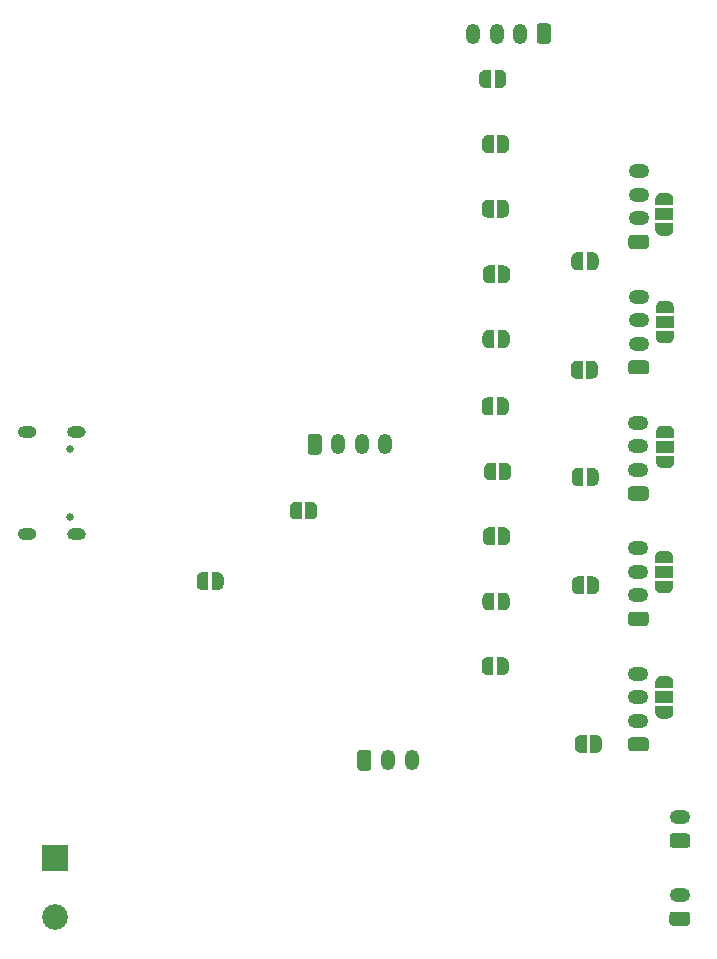
<source format=gbr>
G04 #@! TF.GenerationSoftware,KiCad,Pcbnew,(5.1.10)-1*
G04 #@! TF.CreationDate,2021-10-24T21:46:02+02:00*
G04 #@! TF.ProjectId,TestboardV2.2,54657374-626f-4617-9264-56322e322e6b,rev?*
G04 #@! TF.SameCoordinates,Original*
G04 #@! TF.FileFunction,Soldermask,Bot*
G04 #@! TF.FilePolarity,Negative*
%FSLAX46Y46*%
G04 Gerber Fmt 4.6, Leading zero omitted, Abs format (unit mm)*
G04 Created by KiCad (PCBNEW (5.1.10)-1) date 2021-10-24 21:46:02*
%MOMM*%
%LPD*%
G01*
G04 APERTURE LIST*
%ADD10C,0.100000*%
%ADD11C,0.670000*%
%ADD12O,1.750000X1.200000*%
%ADD13C,2.175000*%
%ADD14R,2.175000X2.175000*%
%ADD15R,1.500000X1.000000*%
%ADD16O,1.200000X1.750000*%
G04 APERTURE END LIST*
D10*
G36*
X114500000Y-120970000D02*
G01*
X114000000Y-120970000D01*
X114000000Y-120969398D01*
X113975466Y-120969398D01*
X113926635Y-120964588D01*
X113878510Y-120955016D01*
X113831555Y-120940772D01*
X113786222Y-120921995D01*
X113742949Y-120898864D01*
X113702150Y-120871604D01*
X113664221Y-120840476D01*
X113629524Y-120805779D01*
X113598396Y-120767850D01*
X113571136Y-120727051D01*
X113548005Y-120683778D01*
X113529228Y-120638445D01*
X113514984Y-120591490D01*
X113505412Y-120543365D01*
X113500602Y-120494534D01*
X113500602Y-120470000D01*
X113500000Y-120470000D01*
X113500000Y-119970000D01*
X113500602Y-119970000D01*
X113500602Y-119945466D01*
X113505412Y-119896635D01*
X113514984Y-119848510D01*
X113529228Y-119801555D01*
X113548005Y-119756222D01*
X113571136Y-119712949D01*
X113598396Y-119672150D01*
X113629524Y-119634221D01*
X113664221Y-119599524D01*
X113702150Y-119568396D01*
X113742949Y-119541136D01*
X113786222Y-119518005D01*
X113831555Y-119499228D01*
X113878510Y-119484984D01*
X113926635Y-119475412D01*
X113975466Y-119470602D01*
X114000000Y-119470602D01*
X114000000Y-119470000D01*
X114500000Y-119470000D01*
X114500000Y-120970000D01*
G37*
G36*
X115300000Y-119470602D02*
G01*
X115324534Y-119470602D01*
X115373365Y-119475412D01*
X115421490Y-119484984D01*
X115468445Y-119499228D01*
X115513778Y-119518005D01*
X115557051Y-119541136D01*
X115597850Y-119568396D01*
X115635779Y-119599524D01*
X115670476Y-119634221D01*
X115701604Y-119672150D01*
X115728864Y-119712949D01*
X115751995Y-119756222D01*
X115770772Y-119801555D01*
X115785016Y-119848510D01*
X115794588Y-119896635D01*
X115799398Y-119945466D01*
X115799398Y-119970000D01*
X115800000Y-119970000D01*
X115800000Y-120470000D01*
X115799398Y-120470000D01*
X115799398Y-120494534D01*
X115794588Y-120543365D01*
X115785016Y-120591490D01*
X115770772Y-120638445D01*
X115751995Y-120683778D01*
X115728864Y-120727051D01*
X115701604Y-120767850D01*
X115670476Y-120805779D01*
X115635779Y-120840476D01*
X115597850Y-120871604D01*
X115557051Y-120898864D01*
X115513778Y-120921995D01*
X115468445Y-120940772D01*
X115421490Y-120955016D01*
X115373365Y-120964588D01*
X115324534Y-120969398D01*
X115300000Y-120969398D01*
X115300000Y-120970000D01*
X114800000Y-120970000D01*
X114800000Y-119470000D01*
X115300000Y-119470000D01*
X115300000Y-119470602D01*
G37*
G36*
X122710000Y-113500000D02*
G01*
X123210000Y-113500000D01*
X123210000Y-113500602D01*
X123234534Y-113500602D01*
X123283365Y-113505412D01*
X123331490Y-113514984D01*
X123378445Y-113529228D01*
X123423778Y-113548005D01*
X123467051Y-113571136D01*
X123507850Y-113598396D01*
X123545779Y-113629524D01*
X123580476Y-113664221D01*
X123611604Y-113702150D01*
X123638864Y-113742949D01*
X123661995Y-113786222D01*
X123680772Y-113831555D01*
X123695016Y-113878510D01*
X123704588Y-113926635D01*
X123709398Y-113975466D01*
X123709398Y-114000000D01*
X123710000Y-114000000D01*
X123710000Y-114500000D01*
X123709398Y-114500000D01*
X123709398Y-114524534D01*
X123704588Y-114573365D01*
X123695016Y-114621490D01*
X123680772Y-114668445D01*
X123661995Y-114713778D01*
X123638864Y-114757051D01*
X123611604Y-114797850D01*
X123580476Y-114835779D01*
X123545779Y-114870476D01*
X123507850Y-114901604D01*
X123467051Y-114928864D01*
X123423778Y-114951995D01*
X123378445Y-114970772D01*
X123331490Y-114985016D01*
X123283365Y-114994588D01*
X123234534Y-114999398D01*
X123210000Y-114999398D01*
X123210000Y-115000000D01*
X122710000Y-115000000D01*
X122710000Y-113500000D01*
G37*
G36*
X121910000Y-114999398D02*
G01*
X121885466Y-114999398D01*
X121836635Y-114994588D01*
X121788510Y-114985016D01*
X121741555Y-114970772D01*
X121696222Y-114951995D01*
X121652949Y-114928864D01*
X121612150Y-114901604D01*
X121574221Y-114870476D01*
X121539524Y-114835779D01*
X121508396Y-114797850D01*
X121481136Y-114757051D01*
X121458005Y-114713778D01*
X121439228Y-114668445D01*
X121424984Y-114621490D01*
X121415412Y-114573365D01*
X121410602Y-114524534D01*
X121410602Y-114500000D01*
X121410000Y-114500000D01*
X121410000Y-114000000D01*
X121410602Y-114000000D01*
X121410602Y-113975466D01*
X121415412Y-113926635D01*
X121424984Y-113878510D01*
X121439228Y-113831555D01*
X121458005Y-113786222D01*
X121481136Y-113742949D01*
X121508396Y-113702150D01*
X121539524Y-113664221D01*
X121574221Y-113629524D01*
X121612150Y-113598396D01*
X121652949Y-113571136D01*
X121696222Y-113548005D01*
X121741555Y-113529228D01*
X121788510Y-113514984D01*
X121836635Y-113505412D01*
X121885466Y-113500602D01*
X121910000Y-113500602D01*
X121910000Y-113500000D01*
X122410000Y-113500000D01*
X122410000Y-115000000D01*
X121910000Y-115000000D01*
X121910000Y-114999398D01*
G37*
G36*
G01*
X103040000Y-107100000D02*
X103640000Y-107100000D01*
G75*
G02*
X104140000Y-107600000I0J-500000D01*
G01*
X104140000Y-107600000D01*
G75*
G02*
X103640000Y-108100000I-500000J0D01*
G01*
X103040000Y-108100000D01*
G75*
G02*
X102540000Y-107600000I0J500000D01*
G01*
X102540000Y-107600000D01*
G75*
G02*
X103040000Y-107100000I500000J0D01*
G01*
G37*
G36*
G01*
X103040000Y-115740000D02*
X103640000Y-115740000D01*
G75*
G02*
X104140000Y-116240000I0J-500000D01*
G01*
X104140000Y-116240000D01*
G75*
G02*
X103640000Y-116740000I-500000J0D01*
G01*
X103040000Y-116740000D01*
G75*
G02*
X102540000Y-116240000I0J500000D01*
G01*
X102540000Y-116240000D01*
G75*
G02*
X103040000Y-115740000I500000J0D01*
G01*
G37*
G36*
G01*
X98860000Y-115740000D02*
X99460000Y-115740000D01*
G75*
G02*
X99960000Y-116240000I0J-500000D01*
G01*
X99960000Y-116240000D01*
G75*
G02*
X99460000Y-116740000I-500000J0D01*
G01*
X98860000Y-116740000D01*
G75*
G02*
X98360000Y-116240000I0J500000D01*
G01*
X98360000Y-116240000D01*
G75*
G02*
X98860000Y-115740000I500000J0D01*
G01*
G37*
G36*
G01*
X98860000Y-107100000D02*
X99460000Y-107100000D01*
G75*
G02*
X99960000Y-107600000I0J-500000D01*
G01*
X99960000Y-107600000D01*
G75*
G02*
X99460000Y-108100000I-500000J0D01*
G01*
X98860000Y-108100000D01*
G75*
G02*
X98360000Y-107600000I0J500000D01*
G01*
X98360000Y-107600000D01*
G75*
G02*
X98860000Y-107100000I500000J0D01*
G01*
G37*
D11*
X102810000Y-109020000D03*
X102810000Y-114820000D03*
D12*
X154430000Y-140190000D03*
G36*
G01*
X155055001Y-142790000D02*
X153804999Y-142790000D01*
G75*
G02*
X153555000Y-142540001I0J249999D01*
G01*
X153555000Y-141839999D01*
G75*
G02*
X153804999Y-141590000I249999J0D01*
G01*
X155055001Y-141590000D01*
G75*
G02*
X155305000Y-141839999I0J-249999D01*
G01*
X155305000Y-142540001D01*
G75*
G02*
X155055001Y-142790000I-249999J0D01*
G01*
G37*
G36*
G01*
X151545400Y-134650000D02*
X150294600Y-134650000D01*
G75*
G02*
X150045000Y-134400400I0J249600D01*
G01*
X150045000Y-133699600D01*
G75*
G02*
X150294600Y-133450000I249600J0D01*
G01*
X151545400Y-133450000D01*
G75*
G02*
X151795000Y-133699600I0J-249600D01*
G01*
X151795000Y-134400400D01*
G75*
G02*
X151545400Y-134650000I-249600J0D01*
G01*
G37*
X150920000Y-132050000D03*
X150920000Y-130050000D03*
X150920000Y-128050000D03*
X150910000Y-117420000D03*
X150910000Y-119420000D03*
X150910000Y-121420000D03*
G36*
G01*
X151535400Y-124020000D02*
X150284600Y-124020000D01*
G75*
G02*
X150035000Y-123770400I0J249600D01*
G01*
X150035000Y-123069600D01*
G75*
G02*
X150284600Y-122820000I249600J0D01*
G01*
X151535400Y-122820000D01*
G75*
G02*
X151785000Y-123069600I0J-249600D01*
G01*
X151785000Y-123770400D01*
G75*
G02*
X151535400Y-124020000I-249600J0D01*
G01*
G37*
X150910000Y-106810000D03*
X150910000Y-108810000D03*
X150910000Y-110810000D03*
G36*
G01*
X151535400Y-113410000D02*
X150284600Y-113410000D01*
G75*
G02*
X150035000Y-113160400I0J249600D01*
G01*
X150035000Y-112459600D01*
G75*
G02*
X150284600Y-112210000I249600J0D01*
G01*
X151535400Y-112210000D01*
G75*
G02*
X151785000Y-112459600I0J-249600D01*
G01*
X151785000Y-113160400D01*
G75*
G02*
X151535400Y-113410000I-249600J0D01*
G01*
G37*
X150930000Y-96130000D03*
X150930000Y-98130000D03*
X150930000Y-100130000D03*
G36*
G01*
X151555400Y-102730000D02*
X150304600Y-102730000D01*
G75*
G02*
X150055000Y-102480400I0J249600D01*
G01*
X150055000Y-101779600D01*
G75*
G02*
X150304600Y-101530000I249600J0D01*
G01*
X151555400Y-101530000D01*
G75*
G02*
X151805000Y-101779600I0J-249600D01*
G01*
X151805000Y-102480400D01*
G75*
G02*
X151555400Y-102730000I-249600J0D01*
G01*
G37*
X150940000Y-85510000D03*
X150940000Y-87510000D03*
X150940000Y-89510000D03*
G36*
G01*
X151565400Y-92110000D02*
X150314600Y-92110000D01*
G75*
G02*
X150065000Y-91860400I0J249600D01*
G01*
X150065000Y-91159600D01*
G75*
G02*
X150314600Y-90910000I249600J0D01*
G01*
X151565400Y-90910000D01*
G75*
G02*
X151815000Y-91159600I0J-249600D01*
G01*
X151815000Y-91860400D01*
G75*
G02*
X151565400Y-92110000I-249600J0D01*
G01*
G37*
D13*
X101550000Y-148630000D03*
D14*
X101550000Y-143630000D03*
D10*
G36*
X139240000Y-76950602D02*
G01*
X139264534Y-76950602D01*
X139313365Y-76955412D01*
X139361490Y-76964984D01*
X139408445Y-76979228D01*
X139453778Y-76998005D01*
X139497051Y-77021136D01*
X139537850Y-77048396D01*
X139575779Y-77079524D01*
X139610476Y-77114221D01*
X139641604Y-77152150D01*
X139668864Y-77192949D01*
X139691995Y-77236222D01*
X139710772Y-77281555D01*
X139725016Y-77328510D01*
X139734588Y-77376635D01*
X139739398Y-77425466D01*
X139739398Y-77450000D01*
X139740000Y-77450000D01*
X139740000Y-77950000D01*
X139739398Y-77950000D01*
X139739398Y-77974534D01*
X139734588Y-78023365D01*
X139725016Y-78071490D01*
X139710772Y-78118445D01*
X139691995Y-78163778D01*
X139668864Y-78207051D01*
X139641604Y-78247850D01*
X139610476Y-78285779D01*
X139575779Y-78320476D01*
X139537850Y-78351604D01*
X139497051Y-78378864D01*
X139453778Y-78401995D01*
X139408445Y-78420772D01*
X139361490Y-78435016D01*
X139313365Y-78444588D01*
X139264534Y-78449398D01*
X139240000Y-78449398D01*
X139240000Y-78450000D01*
X138740000Y-78450000D01*
X138740000Y-76950000D01*
X139240000Y-76950000D01*
X139240000Y-76950602D01*
G37*
G36*
X138440000Y-78450000D02*
G01*
X137940000Y-78450000D01*
X137940000Y-78449398D01*
X137915466Y-78449398D01*
X137866635Y-78444588D01*
X137818510Y-78435016D01*
X137771555Y-78420772D01*
X137726222Y-78401995D01*
X137682949Y-78378864D01*
X137642150Y-78351604D01*
X137604221Y-78320476D01*
X137569524Y-78285779D01*
X137538396Y-78247850D01*
X137511136Y-78207051D01*
X137488005Y-78163778D01*
X137469228Y-78118445D01*
X137454984Y-78071490D01*
X137445412Y-78023365D01*
X137440602Y-77974534D01*
X137440602Y-77950000D01*
X137440000Y-77950000D01*
X137440000Y-77450000D01*
X137440602Y-77450000D01*
X137440602Y-77425466D01*
X137445412Y-77376635D01*
X137454984Y-77328510D01*
X137469228Y-77281555D01*
X137488005Y-77236222D01*
X137511136Y-77192949D01*
X137538396Y-77152150D01*
X137569524Y-77114221D01*
X137604221Y-77079524D01*
X137642150Y-77048396D01*
X137682949Y-77021136D01*
X137726222Y-76998005D01*
X137771555Y-76979228D01*
X137818510Y-76964984D01*
X137866635Y-76955412D01*
X137915466Y-76950602D01*
X137940000Y-76950602D01*
X137940000Y-76950000D01*
X138440000Y-76950000D01*
X138440000Y-78450000D01*
G37*
G36*
X139470000Y-82480602D02*
G01*
X139494534Y-82480602D01*
X139543365Y-82485412D01*
X139591490Y-82494984D01*
X139638445Y-82509228D01*
X139683778Y-82528005D01*
X139727051Y-82551136D01*
X139767850Y-82578396D01*
X139805779Y-82609524D01*
X139840476Y-82644221D01*
X139871604Y-82682150D01*
X139898864Y-82722949D01*
X139921995Y-82766222D01*
X139940772Y-82811555D01*
X139955016Y-82858510D01*
X139964588Y-82906635D01*
X139969398Y-82955466D01*
X139969398Y-82980000D01*
X139970000Y-82980000D01*
X139970000Y-83480000D01*
X139969398Y-83480000D01*
X139969398Y-83504534D01*
X139964588Y-83553365D01*
X139955016Y-83601490D01*
X139940772Y-83648445D01*
X139921995Y-83693778D01*
X139898864Y-83737051D01*
X139871604Y-83777850D01*
X139840476Y-83815779D01*
X139805779Y-83850476D01*
X139767850Y-83881604D01*
X139727051Y-83908864D01*
X139683778Y-83931995D01*
X139638445Y-83950772D01*
X139591490Y-83965016D01*
X139543365Y-83974588D01*
X139494534Y-83979398D01*
X139470000Y-83979398D01*
X139470000Y-83980000D01*
X138970000Y-83980000D01*
X138970000Y-82480000D01*
X139470000Y-82480000D01*
X139470000Y-82480602D01*
G37*
G36*
X138670000Y-83980000D02*
G01*
X138170000Y-83980000D01*
X138170000Y-83979398D01*
X138145466Y-83979398D01*
X138096635Y-83974588D01*
X138048510Y-83965016D01*
X138001555Y-83950772D01*
X137956222Y-83931995D01*
X137912949Y-83908864D01*
X137872150Y-83881604D01*
X137834221Y-83850476D01*
X137799524Y-83815779D01*
X137768396Y-83777850D01*
X137741136Y-83737051D01*
X137718005Y-83693778D01*
X137699228Y-83648445D01*
X137684984Y-83601490D01*
X137675412Y-83553365D01*
X137670602Y-83504534D01*
X137670602Y-83480000D01*
X137670000Y-83480000D01*
X137670000Y-82980000D01*
X137670602Y-82980000D01*
X137670602Y-82955466D01*
X137675412Y-82906635D01*
X137684984Y-82858510D01*
X137699228Y-82811555D01*
X137718005Y-82766222D01*
X137741136Y-82722949D01*
X137768396Y-82682150D01*
X137799524Y-82644221D01*
X137834221Y-82609524D01*
X137872150Y-82578396D01*
X137912949Y-82551136D01*
X137956222Y-82528005D01*
X138001555Y-82509228D01*
X138048510Y-82494984D01*
X138096635Y-82485412D01*
X138145466Y-82480602D01*
X138170000Y-82480602D01*
X138170000Y-82480000D01*
X138670000Y-82480000D01*
X138670000Y-83980000D01*
G37*
G36*
X139460000Y-87940602D02*
G01*
X139484534Y-87940602D01*
X139533365Y-87945412D01*
X139581490Y-87954984D01*
X139628445Y-87969228D01*
X139673778Y-87988005D01*
X139717051Y-88011136D01*
X139757850Y-88038396D01*
X139795779Y-88069524D01*
X139830476Y-88104221D01*
X139861604Y-88142150D01*
X139888864Y-88182949D01*
X139911995Y-88226222D01*
X139930772Y-88271555D01*
X139945016Y-88318510D01*
X139954588Y-88366635D01*
X139959398Y-88415466D01*
X139959398Y-88440000D01*
X139960000Y-88440000D01*
X139960000Y-88940000D01*
X139959398Y-88940000D01*
X139959398Y-88964534D01*
X139954588Y-89013365D01*
X139945016Y-89061490D01*
X139930772Y-89108445D01*
X139911995Y-89153778D01*
X139888864Y-89197051D01*
X139861604Y-89237850D01*
X139830476Y-89275779D01*
X139795779Y-89310476D01*
X139757850Y-89341604D01*
X139717051Y-89368864D01*
X139673778Y-89391995D01*
X139628445Y-89410772D01*
X139581490Y-89425016D01*
X139533365Y-89434588D01*
X139484534Y-89439398D01*
X139460000Y-89439398D01*
X139460000Y-89440000D01*
X138960000Y-89440000D01*
X138960000Y-87940000D01*
X139460000Y-87940000D01*
X139460000Y-87940602D01*
G37*
G36*
X138660000Y-89440000D02*
G01*
X138160000Y-89440000D01*
X138160000Y-89439398D01*
X138135466Y-89439398D01*
X138086635Y-89434588D01*
X138038510Y-89425016D01*
X137991555Y-89410772D01*
X137946222Y-89391995D01*
X137902949Y-89368864D01*
X137862150Y-89341604D01*
X137824221Y-89310476D01*
X137789524Y-89275779D01*
X137758396Y-89237850D01*
X137731136Y-89197051D01*
X137708005Y-89153778D01*
X137689228Y-89108445D01*
X137674984Y-89061490D01*
X137665412Y-89013365D01*
X137660602Y-88964534D01*
X137660602Y-88940000D01*
X137660000Y-88940000D01*
X137660000Y-88440000D01*
X137660602Y-88440000D01*
X137660602Y-88415466D01*
X137665412Y-88366635D01*
X137674984Y-88318510D01*
X137689228Y-88271555D01*
X137708005Y-88226222D01*
X137731136Y-88182949D01*
X137758396Y-88142150D01*
X137789524Y-88104221D01*
X137824221Y-88069524D01*
X137862150Y-88038396D01*
X137902949Y-88011136D01*
X137946222Y-87988005D01*
X137991555Y-87969228D01*
X138038510Y-87954984D01*
X138086635Y-87945412D01*
X138135466Y-87940602D01*
X138160000Y-87940602D01*
X138160000Y-87940000D01*
X138660000Y-87940000D01*
X138660000Y-89440000D01*
G37*
G36*
X139540000Y-93500602D02*
G01*
X139564534Y-93500602D01*
X139613365Y-93505412D01*
X139661490Y-93514984D01*
X139708445Y-93529228D01*
X139753778Y-93548005D01*
X139797051Y-93571136D01*
X139837850Y-93598396D01*
X139875779Y-93629524D01*
X139910476Y-93664221D01*
X139941604Y-93702150D01*
X139968864Y-93742949D01*
X139991995Y-93786222D01*
X140010772Y-93831555D01*
X140025016Y-93878510D01*
X140034588Y-93926635D01*
X140039398Y-93975466D01*
X140039398Y-94000000D01*
X140040000Y-94000000D01*
X140040000Y-94500000D01*
X140039398Y-94500000D01*
X140039398Y-94524534D01*
X140034588Y-94573365D01*
X140025016Y-94621490D01*
X140010772Y-94668445D01*
X139991995Y-94713778D01*
X139968864Y-94757051D01*
X139941604Y-94797850D01*
X139910476Y-94835779D01*
X139875779Y-94870476D01*
X139837850Y-94901604D01*
X139797051Y-94928864D01*
X139753778Y-94951995D01*
X139708445Y-94970772D01*
X139661490Y-94985016D01*
X139613365Y-94994588D01*
X139564534Y-94999398D01*
X139540000Y-94999398D01*
X139540000Y-95000000D01*
X139040000Y-95000000D01*
X139040000Y-93500000D01*
X139540000Y-93500000D01*
X139540000Y-93500602D01*
G37*
G36*
X138740000Y-95000000D02*
G01*
X138240000Y-95000000D01*
X138240000Y-94999398D01*
X138215466Y-94999398D01*
X138166635Y-94994588D01*
X138118510Y-94985016D01*
X138071555Y-94970772D01*
X138026222Y-94951995D01*
X137982949Y-94928864D01*
X137942150Y-94901604D01*
X137904221Y-94870476D01*
X137869524Y-94835779D01*
X137838396Y-94797850D01*
X137811136Y-94757051D01*
X137788005Y-94713778D01*
X137769228Y-94668445D01*
X137754984Y-94621490D01*
X137745412Y-94573365D01*
X137740602Y-94524534D01*
X137740602Y-94500000D01*
X137740000Y-94500000D01*
X137740000Y-94000000D01*
X137740602Y-94000000D01*
X137740602Y-93975466D01*
X137745412Y-93926635D01*
X137754984Y-93878510D01*
X137769228Y-93831555D01*
X137788005Y-93786222D01*
X137811136Y-93742949D01*
X137838396Y-93702150D01*
X137869524Y-93664221D01*
X137904221Y-93629524D01*
X137942150Y-93598396D01*
X137982949Y-93571136D01*
X138026222Y-93548005D01*
X138071555Y-93529228D01*
X138118510Y-93514984D01*
X138166635Y-93505412D01*
X138215466Y-93500602D01*
X138240000Y-93500602D01*
X138240000Y-93500000D01*
X138740000Y-93500000D01*
X138740000Y-95000000D01*
G37*
G36*
X139510000Y-98970602D02*
G01*
X139534534Y-98970602D01*
X139583365Y-98975412D01*
X139631490Y-98984984D01*
X139678445Y-98999228D01*
X139723778Y-99018005D01*
X139767051Y-99041136D01*
X139807850Y-99068396D01*
X139845779Y-99099524D01*
X139880476Y-99134221D01*
X139911604Y-99172150D01*
X139938864Y-99212949D01*
X139961995Y-99256222D01*
X139980772Y-99301555D01*
X139995016Y-99348510D01*
X140004588Y-99396635D01*
X140009398Y-99445466D01*
X140009398Y-99470000D01*
X140010000Y-99470000D01*
X140010000Y-99970000D01*
X140009398Y-99970000D01*
X140009398Y-99994534D01*
X140004588Y-100043365D01*
X139995016Y-100091490D01*
X139980772Y-100138445D01*
X139961995Y-100183778D01*
X139938864Y-100227051D01*
X139911604Y-100267850D01*
X139880476Y-100305779D01*
X139845779Y-100340476D01*
X139807850Y-100371604D01*
X139767051Y-100398864D01*
X139723778Y-100421995D01*
X139678445Y-100440772D01*
X139631490Y-100455016D01*
X139583365Y-100464588D01*
X139534534Y-100469398D01*
X139510000Y-100469398D01*
X139510000Y-100470000D01*
X139010000Y-100470000D01*
X139010000Y-98970000D01*
X139510000Y-98970000D01*
X139510000Y-98970602D01*
G37*
G36*
X138710000Y-100470000D02*
G01*
X138210000Y-100470000D01*
X138210000Y-100469398D01*
X138185466Y-100469398D01*
X138136635Y-100464588D01*
X138088510Y-100455016D01*
X138041555Y-100440772D01*
X137996222Y-100421995D01*
X137952949Y-100398864D01*
X137912150Y-100371604D01*
X137874221Y-100340476D01*
X137839524Y-100305779D01*
X137808396Y-100267850D01*
X137781136Y-100227051D01*
X137758005Y-100183778D01*
X137739228Y-100138445D01*
X137724984Y-100091490D01*
X137715412Y-100043365D01*
X137710602Y-99994534D01*
X137710602Y-99970000D01*
X137710000Y-99970000D01*
X137710000Y-99470000D01*
X137710602Y-99470000D01*
X137710602Y-99445466D01*
X137715412Y-99396635D01*
X137724984Y-99348510D01*
X137739228Y-99301555D01*
X137758005Y-99256222D01*
X137781136Y-99212949D01*
X137808396Y-99172150D01*
X137839524Y-99134221D01*
X137874221Y-99099524D01*
X137912150Y-99068396D01*
X137952949Y-99041136D01*
X137996222Y-99018005D01*
X138041555Y-98999228D01*
X138088510Y-98984984D01*
X138136635Y-98975412D01*
X138185466Y-98970602D01*
X138210000Y-98970602D01*
X138210000Y-98970000D01*
X138710000Y-98970000D01*
X138710000Y-100470000D01*
G37*
G36*
X139440000Y-104670602D02*
G01*
X139464534Y-104670602D01*
X139513365Y-104675412D01*
X139561490Y-104684984D01*
X139608445Y-104699228D01*
X139653778Y-104718005D01*
X139697051Y-104741136D01*
X139737850Y-104768396D01*
X139775779Y-104799524D01*
X139810476Y-104834221D01*
X139841604Y-104872150D01*
X139868864Y-104912949D01*
X139891995Y-104956222D01*
X139910772Y-105001555D01*
X139925016Y-105048510D01*
X139934588Y-105096635D01*
X139939398Y-105145466D01*
X139939398Y-105170000D01*
X139940000Y-105170000D01*
X139940000Y-105670000D01*
X139939398Y-105670000D01*
X139939398Y-105694534D01*
X139934588Y-105743365D01*
X139925016Y-105791490D01*
X139910772Y-105838445D01*
X139891995Y-105883778D01*
X139868864Y-105927051D01*
X139841604Y-105967850D01*
X139810476Y-106005779D01*
X139775779Y-106040476D01*
X139737850Y-106071604D01*
X139697051Y-106098864D01*
X139653778Y-106121995D01*
X139608445Y-106140772D01*
X139561490Y-106155016D01*
X139513365Y-106164588D01*
X139464534Y-106169398D01*
X139440000Y-106169398D01*
X139440000Y-106170000D01*
X138940000Y-106170000D01*
X138940000Y-104670000D01*
X139440000Y-104670000D01*
X139440000Y-104670602D01*
G37*
G36*
X138640000Y-106170000D02*
G01*
X138140000Y-106170000D01*
X138140000Y-106169398D01*
X138115466Y-106169398D01*
X138066635Y-106164588D01*
X138018510Y-106155016D01*
X137971555Y-106140772D01*
X137926222Y-106121995D01*
X137882949Y-106098864D01*
X137842150Y-106071604D01*
X137804221Y-106040476D01*
X137769524Y-106005779D01*
X137738396Y-105967850D01*
X137711136Y-105927051D01*
X137688005Y-105883778D01*
X137669228Y-105838445D01*
X137654984Y-105791490D01*
X137645412Y-105743365D01*
X137640602Y-105694534D01*
X137640602Y-105670000D01*
X137640000Y-105670000D01*
X137640000Y-105170000D01*
X137640602Y-105170000D01*
X137640602Y-105145466D01*
X137645412Y-105096635D01*
X137654984Y-105048510D01*
X137669228Y-105001555D01*
X137688005Y-104956222D01*
X137711136Y-104912949D01*
X137738396Y-104872150D01*
X137769524Y-104834221D01*
X137804221Y-104799524D01*
X137842150Y-104768396D01*
X137882949Y-104741136D01*
X137926222Y-104718005D01*
X137971555Y-104699228D01*
X138018510Y-104684984D01*
X138066635Y-104675412D01*
X138115466Y-104670602D01*
X138140000Y-104670602D01*
X138140000Y-104670000D01*
X138640000Y-104670000D01*
X138640000Y-106170000D01*
G37*
G36*
X139650000Y-110190602D02*
G01*
X139674534Y-110190602D01*
X139723365Y-110195412D01*
X139771490Y-110204984D01*
X139818445Y-110219228D01*
X139863778Y-110238005D01*
X139907051Y-110261136D01*
X139947850Y-110288396D01*
X139985779Y-110319524D01*
X140020476Y-110354221D01*
X140051604Y-110392150D01*
X140078864Y-110432949D01*
X140101995Y-110476222D01*
X140120772Y-110521555D01*
X140135016Y-110568510D01*
X140144588Y-110616635D01*
X140149398Y-110665466D01*
X140149398Y-110690000D01*
X140150000Y-110690000D01*
X140150000Y-111190000D01*
X140149398Y-111190000D01*
X140149398Y-111214534D01*
X140144588Y-111263365D01*
X140135016Y-111311490D01*
X140120772Y-111358445D01*
X140101995Y-111403778D01*
X140078864Y-111447051D01*
X140051604Y-111487850D01*
X140020476Y-111525779D01*
X139985779Y-111560476D01*
X139947850Y-111591604D01*
X139907051Y-111618864D01*
X139863778Y-111641995D01*
X139818445Y-111660772D01*
X139771490Y-111675016D01*
X139723365Y-111684588D01*
X139674534Y-111689398D01*
X139650000Y-111689398D01*
X139650000Y-111690000D01*
X139150000Y-111690000D01*
X139150000Y-110190000D01*
X139650000Y-110190000D01*
X139650000Y-110190602D01*
G37*
G36*
X138850000Y-111690000D02*
G01*
X138350000Y-111690000D01*
X138350000Y-111689398D01*
X138325466Y-111689398D01*
X138276635Y-111684588D01*
X138228510Y-111675016D01*
X138181555Y-111660772D01*
X138136222Y-111641995D01*
X138092949Y-111618864D01*
X138052150Y-111591604D01*
X138014221Y-111560476D01*
X137979524Y-111525779D01*
X137948396Y-111487850D01*
X137921136Y-111447051D01*
X137898005Y-111403778D01*
X137879228Y-111358445D01*
X137864984Y-111311490D01*
X137855412Y-111263365D01*
X137850602Y-111214534D01*
X137850602Y-111190000D01*
X137850000Y-111190000D01*
X137850000Y-110690000D01*
X137850602Y-110690000D01*
X137850602Y-110665466D01*
X137855412Y-110616635D01*
X137864984Y-110568510D01*
X137879228Y-110521555D01*
X137898005Y-110476222D01*
X137921136Y-110432949D01*
X137948396Y-110392150D01*
X137979524Y-110354221D01*
X138014221Y-110319524D01*
X138052150Y-110288396D01*
X138092949Y-110261136D01*
X138136222Y-110238005D01*
X138181555Y-110219228D01*
X138228510Y-110204984D01*
X138276635Y-110195412D01*
X138325466Y-110190602D01*
X138350000Y-110190602D01*
X138350000Y-110190000D01*
X138850000Y-110190000D01*
X138850000Y-111690000D01*
G37*
G36*
X139540000Y-115680602D02*
G01*
X139564534Y-115680602D01*
X139613365Y-115685412D01*
X139661490Y-115694984D01*
X139708445Y-115709228D01*
X139753778Y-115728005D01*
X139797051Y-115751136D01*
X139837850Y-115778396D01*
X139875779Y-115809524D01*
X139910476Y-115844221D01*
X139941604Y-115882150D01*
X139968864Y-115922949D01*
X139991995Y-115966222D01*
X140010772Y-116011555D01*
X140025016Y-116058510D01*
X140034588Y-116106635D01*
X140039398Y-116155466D01*
X140039398Y-116180000D01*
X140040000Y-116180000D01*
X140040000Y-116680000D01*
X140039398Y-116680000D01*
X140039398Y-116704534D01*
X140034588Y-116753365D01*
X140025016Y-116801490D01*
X140010772Y-116848445D01*
X139991995Y-116893778D01*
X139968864Y-116937051D01*
X139941604Y-116977850D01*
X139910476Y-117015779D01*
X139875779Y-117050476D01*
X139837850Y-117081604D01*
X139797051Y-117108864D01*
X139753778Y-117131995D01*
X139708445Y-117150772D01*
X139661490Y-117165016D01*
X139613365Y-117174588D01*
X139564534Y-117179398D01*
X139540000Y-117179398D01*
X139540000Y-117180000D01*
X139040000Y-117180000D01*
X139040000Y-115680000D01*
X139540000Y-115680000D01*
X139540000Y-115680602D01*
G37*
G36*
X138740000Y-117180000D02*
G01*
X138240000Y-117180000D01*
X138240000Y-117179398D01*
X138215466Y-117179398D01*
X138166635Y-117174588D01*
X138118510Y-117165016D01*
X138071555Y-117150772D01*
X138026222Y-117131995D01*
X137982949Y-117108864D01*
X137942150Y-117081604D01*
X137904221Y-117050476D01*
X137869524Y-117015779D01*
X137838396Y-116977850D01*
X137811136Y-116937051D01*
X137788005Y-116893778D01*
X137769228Y-116848445D01*
X137754984Y-116801490D01*
X137745412Y-116753365D01*
X137740602Y-116704534D01*
X137740602Y-116680000D01*
X137740000Y-116680000D01*
X137740000Y-116180000D01*
X137740602Y-116180000D01*
X137740602Y-116155466D01*
X137745412Y-116106635D01*
X137754984Y-116058510D01*
X137769228Y-116011555D01*
X137788005Y-115966222D01*
X137811136Y-115922949D01*
X137838396Y-115882150D01*
X137869524Y-115844221D01*
X137904221Y-115809524D01*
X137942150Y-115778396D01*
X137982949Y-115751136D01*
X138026222Y-115728005D01*
X138071555Y-115709228D01*
X138118510Y-115694984D01*
X138166635Y-115685412D01*
X138215466Y-115680602D01*
X138240000Y-115680602D01*
X138240000Y-115680000D01*
X138740000Y-115680000D01*
X138740000Y-117180000D01*
G37*
G36*
X139510000Y-121190602D02*
G01*
X139534534Y-121190602D01*
X139583365Y-121195412D01*
X139631490Y-121204984D01*
X139678445Y-121219228D01*
X139723778Y-121238005D01*
X139767051Y-121261136D01*
X139807850Y-121288396D01*
X139845779Y-121319524D01*
X139880476Y-121354221D01*
X139911604Y-121392150D01*
X139938864Y-121432949D01*
X139961995Y-121476222D01*
X139980772Y-121521555D01*
X139995016Y-121568510D01*
X140004588Y-121616635D01*
X140009398Y-121665466D01*
X140009398Y-121690000D01*
X140010000Y-121690000D01*
X140010000Y-122190000D01*
X140009398Y-122190000D01*
X140009398Y-122214534D01*
X140004588Y-122263365D01*
X139995016Y-122311490D01*
X139980772Y-122358445D01*
X139961995Y-122403778D01*
X139938864Y-122447051D01*
X139911604Y-122487850D01*
X139880476Y-122525779D01*
X139845779Y-122560476D01*
X139807850Y-122591604D01*
X139767051Y-122618864D01*
X139723778Y-122641995D01*
X139678445Y-122660772D01*
X139631490Y-122675016D01*
X139583365Y-122684588D01*
X139534534Y-122689398D01*
X139510000Y-122689398D01*
X139510000Y-122690000D01*
X139010000Y-122690000D01*
X139010000Y-121190000D01*
X139510000Y-121190000D01*
X139510000Y-121190602D01*
G37*
G36*
X138710000Y-122690000D02*
G01*
X138210000Y-122690000D01*
X138210000Y-122689398D01*
X138185466Y-122689398D01*
X138136635Y-122684588D01*
X138088510Y-122675016D01*
X138041555Y-122660772D01*
X137996222Y-122641995D01*
X137952949Y-122618864D01*
X137912150Y-122591604D01*
X137874221Y-122560476D01*
X137839524Y-122525779D01*
X137808396Y-122487850D01*
X137781136Y-122447051D01*
X137758005Y-122403778D01*
X137739228Y-122358445D01*
X137724984Y-122311490D01*
X137715412Y-122263365D01*
X137710602Y-122214534D01*
X137710602Y-122190000D01*
X137710000Y-122190000D01*
X137710000Y-121690000D01*
X137710602Y-121690000D01*
X137710602Y-121665466D01*
X137715412Y-121616635D01*
X137724984Y-121568510D01*
X137739228Y-121521555D01*
X137758005Y-121476222D01*
X137781136Y-121432949D01*
X137808396Y-121392150D01*
X137839524Y-121354221D01*
X137874221Y-121319524D01*
X137912150Y-121288396D01*
X137952949Y-121261136D01*
X137996222Y-121238005D01*
X138041555Y-121219228D01*
X138088510Y-121204984D01*
X138136635Y-121195412D01*
X138185466Y-121190602D01*
X138210000Y-121190602D01*
X138210000Y-121190000D01*
X138710000Y-121190000D01*
X138710000Y-122690000D01*
G37*
G36*
X139440000Y-126670602D02*
G01*
X139464534Y-126670602D01*
X139513365Y-126675412D01*
X139561490Y-126684984D01*
X139608445Y-126699228D01*
X139653778Y-126718005D01*
X139697051Y-126741136D01*
X139737850Y-126768396D01*
X139775779Y-126799524D01*
X139810476Y-126834221D01*
X139841604Y-126872150D01*
X139868864Y-126912949D01*
X139891995Y-126956222D01*
X139910772Y-127001555D01*
X139925016Y-127048510D01*
X139934588Y-127096635D01*
X139939398Y-127145466D01*
X139939398Y-127170000D01*
X139940000Y-127170000D01*
X139940000Y-127670000D01*
X139939398Y-127670000D01*
X139939398Y-127694534D01*
X139934588Y-127743365D01*
X139925016Y-127791490D01*
X139910772Y-127838445D01*
X139891995Y-127883778D01*
X139868864Y-127927051D01*
X139841604Y-127967850D01*
X139810476Y-128005779D01*
X139775779Y-128040476D01*
X139737850Y-128071604D01*
X139697051Y-128098864D01*
X139653778Y-128121995D01*
X139608445Y-128140772D01*
X139561490Y-128155016D01*
X139513365Y-128164588D01*
X139464534Y-128169398D01*
X139440000Y-128169398D01*
X139440000Y-128170000D01*
X138940000Y-128170000D01*
X138940000Y-126670000D01*
X139440000Y-126670000D01*
X139440000Y-126670602D01*
G37*
G36*
X138640000Y-128170000D02*
G01*
X138140000Y-128170000D01*
X138140000Y-128169398D01*
X138115466Y-128169398D01*
X138066635Y-128164588D01*
X138018510Y-128155016D01*
X137971555Y-128140772D01*
X137926222Y-128121995D01*
X137882949Y-128098864D01*
X137842150Y-128071604D01*
X137804221Y-128040476D01*
X137769524Y-128005779D01*
X137738396Y-127967850D01*
X137711136Y-127927051D01*
X137688005Y-127883778D01*
X137669228Y-127838445D01*
X137654984Y-127791490D01*
X137645412Y-127743365D01*
X137640602Y-127694534D01*
X137640602Y-127670000D01*
X137640000Y-127670000D01*
X137640000Y-127170000D01*
X137640602Y-127170000D01*
X137640602Y-127145466D01*
X137645412Y-127096635D01*
X137654984Y-127048510D01*
X137669228Y-127001555D01*
X137688005Y-126956222D01*
X137711136Y-126912949D01*
X137738396Y-126872150D01*
X137769524Y-126834221D01*
X137804221Y-126799524D01*
X137842150Y-126768396D01*
X137882949Y-126741136D01*
X137926222Y-126718005D01*
X137971555Y-126699228D01*
X138018510Y-126684984D01*
X138066635Y-126675412D01*
X138115466Y-126670602D01*
X138140000Y-126670602D01*
X138140000Y-126670000D01*
X138640000Y-126670000D01*
X138640000Y-128170000D01*
G37*
G36*
X145740000Y-93889398D02*
G01*
X145715466Y-93889398D01*
X145666635Y-93884588D01*
X145618510Y-93875016D01*
X145571555Y-93860772D01*
X145526222Y-93841995D01*
X145482949Y-93818864D01*
X145442150Y-93791604D01*
X145404221Y-93760476D01*
X145369524Y-93725779D01*
X145338396Y-93687850D01*
X145311136Y-93647051D01*
X145288005Y-93603778D01*
X145269228Y-93558445D01*
X145254984Y-93511490D01*
X145245412Y-93463365D01*
X145240602Y-93414534D01*
X145240602Y-93390000D01*
X145240000Y-93390000D01*
X145240000Y-92890000D01*
X145240602Y-92890000D01*
X145240602Y-92865466D01*
X145245412Y-92816635D01*
X145254984Y-92768510D01*
X145269228Y-92721555D01*
X145288005Y-92676222D01*
X145311136Y-92632949D01*
X145338396Y-92592150D01*
X145369524Y-92554221D01*
X145404221Y-92519524D01*
X145442150Y-92488396D01*
X145482949Y-92461136D01*
X145526222Y-92438005D01*
X145571555Y-92419228D01*
X145618510Y-92404984D01*
X145666635Y-92395412D01*
X145715466Y-92390602D01*
X145740000Y-92390602D01*
X145740000Y-92390000D01*
X146240000Y-92390000D01*
X146240000Y-93890000D01*
X145740000Y-93890000D01*
X145740000Y-93889398D01*
G37*
G36*
X146540000Y-92390000D02*
G01*
X147040000Y-92390000D01*
X147040000Y-92390602D01*
X147064534Y-92390602D01*
X147113365Y-92395412D01*
X147161490Y-92404984D01*
X147208445Y-92419228D01*
X147253778Y-92438005D01*
X147297051Y-92461136D01*
X147337850Y-92488396D01*
X147375779Y-92519524D01*
X147410476Y-92554221D01*
X147441604Y-92592150D01*
X147468864Y-92632949D01*
X147491995Y-92676222D01*
X147510772Y-92721555D01*
X147525016Y-92768510D01*
X147534588Y-92816635D01*
X147539398Y-92865466D01*
X147539398Y-92890000D01*
X147540000Y-92890000D01*
X147540000Y-93390000D01*
X147539398Y-93390000D01*
X147539398Y-93414534D01*
X147534588Y-93463365D01*
X147525016Y-93511490D01*
X147510772Y-93558445D01*
X147491995Y-93603778D01*
X147468864Y-93647051D01*
X147441604Y-93687850D01*
X147410476Y-93725779D01*
X147375779Y-93760476D01*
X147337850Y-93791604D01*
X147297051Y-93818864D01*
X147253778Y-93841995D01*
X147208445Y-93860772D01*
X147161490Y-93875016D01*
X147113365Y-93884588D01*
X147064534Y-93889398D01*
X147040000Y-93889398D01*
X147040000Y-93890000D01*
X146540000Y-93890000D01*
X146540000Y-92390000D01*
G37*
G36*
X145690000Y-103079398D02*
G01*
X145665466Y-103079398D01*
X145616635Y-103074588D01*
X145568510Y-103065016D01*
X145521555Y-103050772D01*
X145476222Y-103031995D01*
X145432949Y-103008864D01*
X145392150Y-102981604D01*
X145354221Y-102950476D01*
X145319524Y-102915779D01*
X145288396Y-102877850D01*
X145261136Y-102837051D01*
X145238005Y-102793778D01*
X145219228Y-102748445D01*
X145204984Y-102701490D01*
X145195412Y-102653365D01*
X145190602Y-102604534D01*
X145190602Y-102580000D01*
X145190000Y-102580000D01*
X145190000Y-102080000D01*
X145190602Y-102080000D01*
X145190602Y-102055466D01*
X145195412Y-102006635D01*
X145204984Y-101958510D01*
X145219228Y-101911555D01*
X145238005Y-101866222D01*
X145261136Y-101822949D01*
X145288396Y-101782150D01*
X145319524Y-101744221D01*
X145354221Y-101709524D01*
X145392150Y-101678396D01*
X145432949Y-101651136D01*
X145476222Y-101628005D01*
X145521555Y-101609228D01*
X145568510Y-101594984D01*
X145616635Y-101585412D01*
X145665466Y-101580602D01*
X145690000Y-101580602D01*
X145690000Y-101580000D01*
X146190000Y-101580000D01*
X146190000Y-103080000D01*
X145690000Y-103080000D01*
X145690000Y-103079398D01*
G37*
G36*
X146490000Y-101580000D02*
G01*
X146990000Y-101580000D01*
X146990000Y-101580602D01*
X147014534Y-101580602D01*
X147063365Y-101585412D01*
X147111490Y-101594984D01*
X147158445Y-101609228D01*
X147203778Y-101628005D01*
X147247051Y-101651136D01*
X147287850Y-101678396D01*
X147325779Y-101709524D01*
X147360476Y-101744221D01*
X147391604Y-101782150D01*
X147418864Y-101822949D01*
X147441995Y-101866222D01*
X147460772Y-101911555D01*
X147475016Y-101958510D01*
X147484588Y-102006635D01*
X147489398Y-102055466D01*
X147489398Y-102080000D01*
X147490000Y-102080000D01*
X147490000Y-102580000D01*
X147489398Y-102580000D01*
X147489398Y-102604534D01*
X147484588Y-102653365D01*
X147475016Y-102701490D01*
X147460772Y-102748445D01*
X147441995Y-102793778D01*
X147418864Y-102837051D01*
X147391604Y-102877850D01*
X147360476Y-102915779D01*
X147325779Y-102950476D01*
X147287850Y-102981604D01*
X147247051Y-103008864D01*
X147203778Y-103031995D01*
X147158445Y-103050772D01*
X147111490Y-103065016D01*
X147063365Y-103074588D01*
X147014534Y-103079398D01*
X146990000Y-103079398D01*
X146990000Y-103080000D01*
X146490000Y-103080000D01*
X146490000Y-101580000D01*
G37*
D15*
X153100000Y-89170000D03*
D10*
G36*
X153849398Y-90470000D02*
G01*
X153849398Y-90494534D01*
X153844588Y-90543365D01*
X153835016Y-90591490D01*
X153820772Y-90638445D01*
X153801995Y-90683778D01*
X153778864Y-90727051D01*
X153751604Y-90767850D01*
X153720476Y-90805779D01*
X153685779Y-90840476D01*
X153647850Y-90871604D01*
X153607051Y-90898864D01*
X153563778Y-90921995D01*
X153518445Y-90940772D01*
X153471490Y-90955016D01*
X153423365Y-90964588D01*
X153374534Y-90969398D01*
X153350000Y-90969398D01*
X153350000Y-90970000D01*
X152850000Y-90970000D01*
X152850000Y-90969398D01*
X152825466Y-90969398D01*
X152776635Y-90964588D01*
X152728510Y-90955016D01*
X152681555Y-90940772D01*
X152636222Y-90921995D01*
X152592949Y-90898864D01*
X152552150Y-90871604D01*
X152514221Y-90840476D01*
X152479524Y-90805779D01*
X152448396Y-90767850D01*
X152421136Y-90727051D01*
X152398005Y-90683778D01*
X152379228Y-90638445D01*
X152364984Y-90591490D01*
X152355412Y-90543365D01*
X152350602Y-90494534D01*
X152350602Y-90470000D01*
X152350000Y-90470000D01*
X152350000Y-89920000D01*
X153850000Y-89920000D01*
X153850000Y-90470000D01*
X153849398Y-90470000D01*
G37*
G36*
X152350000Y-88420000D02*
G01*
X152350000Y-87870000D01*
X152350602Y-87870000D01*
X152350602Y-87845466D01*
X152355412Y-87796635D01*
X152364984Y-87748510D01*
X152379228Y-87701555D01*
X152398005Y-87656222D01*
X152421136Y-87612949D01*
X152448396Y-87572150D01*
X152479524Y-87534221D01*
X152514221Y-87499524D01*
X152552150Y-87468396D01*
X152592949Y-87441136D01*
X152636222Y-87418005D01*
X152681555Y-87399228D01*
X152728510Y-87384984D01*
X152776635Y-87375412D01*
X152825466Y-87370602D01*
X152850000Y-87370602D01*
X152850000Y-87370000D01*
X153350000Y-87370000D01*
X153350000Y-87370602D01*
X153374534Y-87370602D01*
X153423365Y-87375412D01*
X153471490Y-87384984D01*
X153518445Y-87399228D01*
X153563778Y-87418005D01*
X153607051Y-87441136D01*
X153647850Y-87468396D01*
X153685779Y-87499524D01*
X153720476Y-87534221D01*
X153751604Y-87572150D01*
X153778864Y-87612949D01*
X153801995Y-87656222D01*
X153820772Y-87701555D01*
X153835016Y-87748510D01*
X153844588Y-87796635D01*
X153849398Y-87845466D01*
X153849398Y-87870000D01*
X153850000Y-87870000D01*
X153850000Y-88420000D01*
X152350000Y-88420000D01*
G37*
D15*
X153150000Y-98280000D03*
D10*
G36*
X153899398Y-99580000D02*
G01*
X153899398Y-99604534D01*
X153894588Y-99653365D01*
X153885016Y-99701490D01*
X153870772Y-99748445D01*
X153851995Y-99793778D01*
X153828864Y-99837051D01*
X153801604Y-99877850D01*
X153770476Y-99915779D01*
X153735779Y-99950476D01*
X153697850Y-99981604D01*
X153657051Y-100008864D01*
X153613778Y-100031995D01*
X153568445Y-100050772D01*
X153521490Y-100065016D01*
X153473365Y-100074588D01*
X153424534Y-100079398D01*
X153400000Y-100079398D01*
X153400000Y-100080000D01*
X152900000Y-100080000D01*
X152900000Y-100079398D01*
X152875466Y-100079398D01*
X152826635Y-100074588D01*
X152778510Y-100065016D01*
X152731555Y-100050772D01*
X152686222Y-100031995D01*
X152642949Y-100008864D01*
X152602150Y-99981604D01*
X152564221Y-99950476D01*
X152529524Y-99915779D01*
X152498396Y-99877850D01*
X152471136Y-99837051D01*
X152448005Y-99793778D01*
X152429228Y-99748445D01*
X152414984Y-99701490D01*
X152405412Y-99653365D01*
X152400602Y-99604534D01*
X152400602Y-99580000D01*
X152400000Y-99580000D01*
X152400000Y-99030000D01*
X153900000Y-99030000D01*
X153900000Y-99580000D01*
X153899398Y-99580000D01*
G37*
G36*
X152400000Y-97530000D02*
G01*
X152400000Y-96980000D01*
X152400602Y-96980000D01*
X152400602Y-96955466D01*
X152405412Y-96906635D01*
X152414984Y-96858510D01*
X152429228Y-96811555D01*
X152448005Y-96766222D01*
X152471136Y-96722949D01*
X152498396Y-96682150D01*
X152529524Y-96644221D01*
X152564221Y-96609524D01*
X152602150Y-96578396D01*
X152642949Y-96551136D01*
X152686222Y-96528005D01*
X152731555Y-96509228D01*
X152778510Y-96494984D01*
X152826635Y-96485412D01*
X152875466Y-96480602D01*
X152900000Y-96480602D01*
X152900000Y-96480000D01*
X153400000Y-96480000D01*
X153400000Y-96480602D01*
X153424534Y-96480602D01*
X153473365Y-96485412D01*
X153521490Y-96494984D01*
X153568445Y-96509228D01*
X153613778Y-96528005D01*
X153657051Y-96551136D01*
X153697850Y-96578396D01*
X153735779Y-96609524D01*
X153770476Y-96644221D01*
X153801604Y-96682150D01*
X153828864Y-96722949D01*
X153851995Y-96766222D01*
X153870772Y-96811555D01*
X153885016Y-96858510D01*
X153894588Y-96906635D01*
X153899398Y-96955466D01*
X153899398Y-96980000D01*
X153900000Y-96980000D01*
X153900000Y-97530000D01*
X152400000Y-97530000D01*
G37*
G36*
X145750000Y-112149398D02*
G01*
X145725466Y-112149398D01*
X145676635Y-112144588D01*
X145628510Y-112135016D01*
X145581555Y-112120772D01*
X145536222Y-112101995D01*
X145492949Y-112078864D01*
X145452150Y-112051604D01*
X145414221Y-112020476D01*
X145379524Y-111985779D01*
X145348396Y-111947850D01*
X145321136Y-111907051D01*
X145298005Y-111863778D01*
X145279228Y-111818445D01*
X145264984Y-111771490D01*
X145255412Y-111723365D01*
X145250602Y-111674534D01*
X145250602Y-111650000D01*
X145250000Y-111650000D01*
X145250000Y-111150000D01*
X145250602Y-111150000D01*
X145250602Y-111125466D01*
X145255412Y-111076635D01*
X145264984Y-111028510D01*
X145279228Y-110981555D01*
X145298005Y-110936222D01*
X145321136Y-110892949D01*
X145348396Y-110852150D01*
X145379524Y-110814221D01*
X145414221Y-110779524D01*
X145452150Y-110748396D01*
X145492949Y-110721136D01*
X145536222Y-110698005D01*
X145581555Y-110679228D01*
X145628510Y-110664984D01*
X145676635Y-110655412D01*
X145725466Y-110650602D01*
X145750000Y-110650602D01*
X145750000Y-110650000D01*
X146250000Y-110650000D01*
X146250000Y-112150000D01*
X145750000Y-112150000D01*
X145750000Y-112149398D01*
G37*
G36*
X146550000Y-110650000D02*
G01*
X147050000Y-110650000D01*
X147050000Y-110650602D01*
X147074534Y-110650602D01*
X147123365Y-110655412D01*
X147171490Y-110664984D01*
X147218445Y-110679228D01*
X147263778Y-110698005D01*
X147307051Y-110721136D01*
X147347850Y-110748396D01*
X147385779Y-110779524D01*
X147420476Y-110814221D01*
X147451604Y-110852150D01*
X147478864Y-110892949D01*
X147501995Y-110936222D01*
X147520772Y-110981555D01*
X147535016Y-111028510D01*
X147544588Y-111076635D01*
X147549398Y-111125466D01*
X147549398Y-111150000D01*
X147550000Y-111150000D01*
X147550000Y-111650000D01*
X147549398Y-111650000D01*
X147549398Y-111674534D01*
X147544588Y-111723365D01*
X147535016Y-111771490D01*
X147520772Y-111818445D01*
X147501995Y-111863778D01*
X147478864Y-111907051D01*
X147451604Y-111947850D01*
X147420476Y-111985779D01*
X147385779Y-112020476D01*
X147347850Y-112051604D01*
X147307051Y-112078864D01*
X147263778Y-112101995D01*
X147218445Y-112120772D01*
X147171490Y-112135016D01*
X147123365Y-112144588D01*
X147074534Y-112149398D01*
X147050000Y-112149398D01*
X147050000Y-112150000D01*
X146550000Y-112150000D01*
X146550000Y-110650000D01*
G37*
G36*
X145770000Y-121329398D02*
G01*
X145745466Y-121329398D01*
X145696635Y-121324588D01*
X145648510Y-121315016D01*
X145601555Y-121300772D01*
X145556222Y-121281995D01*
X145512949Y-121258864D01*
X145472150Y-121231604D01*
X145434221Y-121200476D01*
X145399524Y-121165779D01*
X145368396Y-121127850D01*
X145341136Y-121087051D01*
X145318005Y-121043778D01*
X145299228Y-120998445D01*
X145284984Y-120951490D01*
X145275412Y-120903365D01*
X145270602Y-120854534D01*
X145270602Y-120830000D01*
X145270000Y-120830000D01*
X145270000Y-120330000D01*
X145270602Y-120330000D01*
X145270602Y-120305466D01*
X145275412Y-120256635D01*
X145284984Y-120208510D01*
X145299228Y-120161555D01*
X145318005Y-120116222D01*
X145341136Y-120072949D01*
X145368396Y-120032150D01*
X145399524Y-119994221D01*
X145434221Y-119959524D01*
X145472150Y-119928396D01*
X145512949Y-119901136D01*
X145556222Y-119878005D01*
X145601555Y-119859228D01*
X145648510Y-119844984D01*
X145696635Y-119835412D01*
X145745466Y-119830602D01*
X145770000Y-119830602D01*
X145770000Y-119830000D01*
X146270000Y-119830000D01*
X146270000Y-121330000D01*
X145770000Y-121330000D01*
X145770000Y-121329398D01*
G37*
G36*
X146570000Y-119830000D02*
G01*
X147070000Y-119830000D01*
X147070000Y-119830602D01*
X147094534Y-119830602D01*
X147143365Y-119835412D01*
X147191490Y-119844984D01*
X147238445Y-119859228D01*
X147283778Y-119878005D01*
X147327051Y-119901136D01*
X147367850Y-119928396D01*
X147405779Y-119959524D01*
X147440476Y-119994221D01*
X147471604Y-120032150D01*
X147498864Y-120072949D01*
X147521995Y-120116222D01*
X147540772Y-120161555D01*
X147555016Y-120208510D01*
X147564588Y-120256635D01*
X147569398Y-120305466D01*
X147569398Y-120330000D01*
X147570000Y-120330000D01*
X147570000Y-120830000D01*
X147569398Y-120830000D01*
X147569398Y-120854534D01*
X147564588Y-120903365D01*
X147555016Y-120951490D01*
X147540772Y-120998445D01*
X147521995Y-121043778D01*
X147498864Y-121087051D01*
X147471604Y-121127850D01*
X147440476Y-121165779D01*
X147405779Y-121200476D01*
X147367850Y-121231604D01*
X147327051Y-121258864D01*
X147283778Y-121281995D01*
X147238445Y-121300772D01*
X147191490Y-121315016D01*
X147143365Y-121324588D01*
X147094534Y-121329398D01*
X147070000Y-121329398D01*
X147070000Y-121330000D01*
X146570000Y-121330000D01*
X146570000Y-119830000D01*
G37*
G36*
X146030000Y-134759398D02*
G01*
X146005466Y-134759398D01*
X145956635Y-134754588D01*
X145908510Y-134745016D01*
X145861555Y-134730772D01*
X145816222Y-134711995D01*
X145772949Y-134688864D01*
X145732150Y-134661604D01*
X145694221Y-134630476D01*
X145659524Y-134595779D01*
X145628396Y-134557850D01*
X145601136Y-134517051D01*
X145578005Y-134473778D01*
X145559228Y-134428445D01*
X145544984Y-134381490D01*
X145535412Y-134333365D01*
X145530602Y-134284534D01*
X145530602Y-134260000D01*
X145530000Y-134260000D01*
X145530000Y-133760000D01*
X145530602Y-133760000D01*
X145530602Y-133735466D01*
X145535412Y-133686635D01*
X145544984Y-133638510D01*
X145559228Y-133591555D01*
X145578005Y-133546222D01*
X145601136Y-133502949D01*
X145628396Y-133462150D01*
X145659524Y-133424221D01*
X145694221Y-133389524D01*
X145732150Y-133358396D01*
X145772949Y-133331136D01*
X145816222Y-133308005D01*
X145861555Y-133289228D01*
X145908510Y-133274984D01*
X145956635Y-133265412D01*
X146005466Y-133260602D01*
X146030000Y-133260602D01*
X146030000Y-133260000D01*
X146530000Y-133260000D01*
X146530000Y-134760000D01*
X146030000Y-134760000D01*
X146030000Y-134759398D01*
G37*
G36*
X146830000Y-133260000D02*
G01*
X147330000Y-133260000D01*
X147330000Y-133260602D01*
X147354534Y-133260602D01*
X147403365Y-133265412D01*
X147451490Y-133274984D01*
X147498445Y-133289228D01*
X147543778Y-133308005D01*
X147587051Y-133331136D01*
X147627850Y-133358396D01*
X147665779Y-133389524D01*
X147700476Y-133424221D01*
X147731604Y-133462150D01*
X147758864Y-133502949D01*
X147781995Y-133546222D01*
X147800772Y-133591555D01*
X147815016Y-133638510D01*
X147824588Y-133686635D01*
X147829398Y-133735466D01*
X147829398Y-133760000D01*
X147830000Y-133760000D01*
X147830000Y-134260000D01*
X147829398Y-134260000D01*
X147829398Y-134284534D01*
X147824588Y-134333365D01*
X147815016Y-134381490D01*
X147800772Y-134428445D01*
X147781995Y-134473778D01*
X147758864Y-134517051D01*
X147731604Y-134557850D01*
X147700476Y-134595779D01*
X147665779Y-134630476D01*
X147627850Y-134661604D01*
X147587051Y-134688864D01*
X147543778Y-134711995D01*
X147498445Y-134730772D01*
X147451490Y-134745016D01*
X147403365Y-134754588D01*
X147354534Y-134759398D01*
X147330000Y-134759398D01*
X147330000Y-134760000D01*
X146830000Y-134760000D01*
X146830000Y-133260000D01*
G37*
D15*
X153180000Y-108850000D03*
D10*
G36*
X153929398Y-110150000D02*
G01*
X153929398Y-110174534D01*
X153924588Y-110223365D01*
X153915016Y-110271490D01*
X153900772Y-110318445D01*
X153881995Y-110363778D01*
X153858864Y-110407051D01*
X153831604Y-110447850D01*
X153800476Y-110485779D01*
X153765779Y-110520476D01*
X153727850Y-110551604D01*
X153687051Y-110578864D01*
X153643778Y-110601995D01*
X153598445Y-110620772D01*
X153551490Y-110635016D01*
X153503365Y-110644588D01*
X153454534Y-110649398D01*
X153430000Y-110649398D01*
X153430000Y-110650000D01*
X152930000Y-110650000D01*
X152930000Y-110649398D01*
X152905466Y-110649398D01*
X152856635Y-110644588D01*
X152808510Y-110635016D01*
X152761555Y-110620772D01*
X152716222Y-110601995D01*
X152672949Y-110578864D01*
X152632150Y-110551604D01*
X152594221Y-110520476D01*
X152559524Y-110485779D01*
X152528396Y-110447850D01*
X152501136Y-110407051D01*
X152478005Y-110363778D01*
X152459228Y-110318445D01*
X152444984Y-110271490D01*
X152435412Y-110223365D01*
X152430602Y-110174534D01*
X152430602Y-110150000D01*
X152430000Y-110150000D01*
X152430000Y-109600000D01*
X153930000Y-109600000D01*
X153930000Y-110150000D01*
X153929398Y-110150000D01*
G37*
G36*
X152430000Y-108100000D02*
G01*
X152430000Y-107550000D01*
X152430602Y-107550000D01*
X152430602Y-107525466D01*
X152435412Y-107476635D01*
X152444984Y-107428510D01*
X152459228Y-107381555D01*
X152478005Y-107336222D01*
X152501136Y-107292949D01*
X152528396Y-107252150D01*
X152559524Y-107214221D01*
X152594221Y-107179524D01*
X152632150Y-107148396D01*
X152672949Y-107121136D01*
X152716222Y-107098005D01*
X152761555Y-107079228D01*
X152808510Y-107064984D01*
X152856635Y-107055412D01*
X152905466Y-107050602D01*
X152930000Y-107050602D01*
X152930000Y-107050000D01*
X153430000Y-107050000D01*
X153430000Y-107050602D01*
X153454534Y-107050602D01*
X153503365Y-107055412D01*
X153551490Y-107064984D01*
X153598445Y-107079228D01*
X153643778Y-107098005D01*
X153687051Y-107121136D01*
X153727850Y-107148396D01*
X153765779Y-107179524D01*
X153800476Y-107214221D01*
X153831604Y-107252150D01*
X153858864Y-107292949D01*
X153881995Y-107336222D01*
X153900772Y-107381555D01*
X153915016Y-107428510D01*
X153924588Y-107476635D01*
X153929398Y-107525466D01*
X153929398Y-107550000D01*
X153930000Y-107550000D01*
X153930000Y-108100000D01*
X152430000Y-108100000D01*
G37*
D15*
X153080000Y-119450000D03*
D10*
G36*
X153829398Y-120750000D02*
G01*
X153829398Y-120774534D01*
X153824588Y-120823365D01*
X153815016Y-120871490D01*
X153800772Y-120918445D01*
X153781995Y-120963778D01*
X153758864Y-121007051D01*
X153731604Y-121047850D01*
X153700476Y-121085779D01*
X153665779Y-121120476D01*
X153627850Y-121151604D01*
X153587051Y-121178864D01*
X153543778Y-121201995D01*
X153498445Y-121220772D01*
X153451490Y-121235016D01*
X153403365Y-121244588D01*
X153354534Y-121249398D01*
X153330000Y-121249398D01*
X153330000Y-121250000D01*
X152830000Y-121250000D01*
X152830000Y-121249398D01*
X152805466Y-121249398D01*
X152756635Y-121244588D01*
X152708510Y-121235016D01*
X152661555Y-121220772D01*
X152616222Y-121201995D01*
X152572949Y-121178864D01*
X152532150Y-121151604D01*
X152494221Y-121120476D01*
X152459524Y-121085779D01*
X152428396Y-121047850D01*
X152401136Y-121007051D01*
X152378005Y-120963778D01*
X152359228Y-120918445D01*
X152344984Y-120871490D01*
X152335412Y-120823365D01*
X152330602Y-120774534D01*
X152330602Y-120750000D01*
X152330000Y-120750000D01*
X152330000Y-120200000D01*
X153830000Y-120200000D01*
X153830000Y-120750000D01*
X153829398Y-120750000D01*
G37*
G36*
X152330000Y-118700000D02*
G01*
X152330000Y-118150000D01*
X152330602Y-118150000D01*
X152330602Y-118125466D01*
X152335412Y-118076635D01*
X152344984Y-118028510D01*
X152359228Y-117981555D01*
X152378005Y-117936222D01*
X152401136Y-117892949D01*
X152428396Y-117852150D01*
X152459524Y-117814221D01*
X152494221Y-117779524D01*
X152532150Y-117748396D01*
X152572949Y-117721136D01*
X152616222Y-117698005D01*
X152661555Y-117679228D01*
X152708510Y-117664984D01*
X152756635Y-117655412D01*
X152805466Y-117650602D01*
X152830000Y-117650602D01*
X152830000Y-117650000D01*
X153330000Y-117650000D01*
X153330000Y-117650602D01*
X153354534Y-117650602D01*
X153403365Y-117655412D01*
X153451490Y-117664984D01*
X153498445Y-117679228D01*
X153543778Y-117698005D01*
X153587051Y-117721136D01*
X153627850Y-117748396D01*
X153665779Y-117779524D01*
X153700476Y-117814221D01*
X153731604Y-117852150D01*
X153758864Y-117892949D01*
X153781995Y-117936222D01*
X153800772Y-117981555D01*
X153815016Y-118028510D01*
X153824588Y-118076635D01*
X153829398Y-118125466D01*
X153829398Y-118150000D01*
X153830000Y-118150000D01*
X153830000Y-118700000D01*
X152330000Y-118700000D01*
G37*
D15*
X153100000Y-130060000D03*
D10*
G36*
X153849398Y-131360000D02*
G01*
X153849398Y-131384534D01*
X153844588Y-131433365D01*
X153835016Y-131481490D01*
X153820772Y-131528445D01*
X153801995Y-131573778D01*
X153778864Y-131617051D01*
X153751604Y-131657850D01*
X153720476Y-131695779D01*
X153685779Y-131730476D01*
X153647850Y-131761604D01*
X153607051Y-131788864D01*
X153563778Y-131811995D01*
X153518445Y-131830772D01*
X153471490Y-131845016D01*
X153423365Y-131854588D01*
X153374534Y-131859398D01*
X153350000Y-131859398D01*
X153350000Y-131860000D01*
X152850000Y-131860000D01*
X152850000Y-131859398D01*
X152825466Y-131859398D01*
X152776635Y-131854588D01*
X152728510Y-131845016D01*
X152681555Y-131830772D01*
X152636222Y-131811995D01*
X152592949Y-131788864D01*
X152552150Y-131761604D01*
X152514221Y-131730476D01*
X152479524Y-131695779D01*
X152448396Y-131657850D01*
X152421136Y-131617051D01*
X152398005Y-131573778D01*
X152379228Y-131528445D01*
X152364984Y-131481490D01*
X152355412Y-131433365D01*
X152350602Y-131384534D01*
X152350602Y-131360000D01*
X152350000Y-131360000D01*
X152350000Y-130810000D01*
X153850000Y-130810000D01*
X153850000Y-131360000D01*
X153849398Y-131360000D01*
G37*
G36*
X152350000Y-129310000D02*
G01*
X152350000Y-128760000D01*
X152350602Y-128760000D01*
X152350602Y-128735466D01*
X152355412Y-128686635D01*
X152364984Y-128638510D01*
X152379228Y-128591555D01*
X152398005Y-128546222D01*
X152421136Y-128502949D01*
X152448396Y-128462150D01*
X152479524Y-128424221D01*
X152514221Y-128389524D01*
X152552150Y-128358396D01*
X152592949Y-128331136D01*
X152636222Y-128308005D01*
X152681555Y-128289228D01*
X152728510Y-128274984D01*
X152776635Y-128265412D01*
X152825466Y-128260602D01*
X152850000Y-128260602D01*
X152850000Y-128260000D01*
X153350000Y-128260000D01*
X153350000Y-128260602D01*
X153374534Y-128260602D01*
X153423365Y-128265412D01*
X153471490Y-128274984D01*
X153518445Y-128289228D01*
X153563778Y-128308005D01*
X153607051Y-128331136D01*
X153647850Y-128358396D01*
X153685779Y-128389524D01*
X153720476Y-128424221D01*
X153751604Y-128462150D01*
X153778864Y-128502949D01*
X153801995Y-128546222D01*
X153820772Y-128591555D01*
X153835016Y-128638510D01*
X153844588Y-128686635D01*
X153849398Y-128735466D01*
X153849398Y-128760000D01*
X153850000Y-128760000D01*
X153850000Y-129310000D01*
X152350000Y-129310000D01*
G37*
G36*
G01*
X143500000Y-73244999D02*
X143500000Y-74495001D01*
G75*
G02*
X143250001Y-74745000I-249999J0D01*
G01*
X142549999Y-74745000D01*
G75*
G02*
X142300000Y-74495001I0J249999D01*
G01*
X142300000Y-73244999D01*
G75*
G02*
X142549999Y-72995000I249999J0D01*
G01*
X143250001Y-72995000D01*
G75*
G02*
X143500000Y-73244999I0J-249999D01*
G01*
G37*
D16*
X140900000Y-73870000D03*
X138900000Y-73870000D03*
X136900000Y-73870000D03*
G36*
G01*
X155045001Y-149410000D02*
X153794999Y-149410000D01*
G75*
G02*
X153545000Y-149160001I0J249999D01*
G01*
X153545000Y-148459999D01*
G75*
G02*
X153794999Y-148210000I249999J0D01*
G01*
X155045001Y-148210000D01*
G75*
G02*
X155295000Y-148459999I0J-249999D01*
G01*
X155295000Y-149160001D01*
G75*
G02*
X155045001Y-149410000I-249999J0D01*
G01*
G37*
D12*
X154420000Y-146810000D03*
G36*
G01*
X127110000Y-136025001D02*
X127110000Y-134774999D01*
G75*
G02*
X127359999Y-134525000I249999J0D01*
G01*
X128060001Y-134525000D01*
G75*
G02*
X128310000Y-134774999I0J-249999D01*
G01*
X128310000Y-136025001D01*
G75*
G02*
X128060001Y-136275000I-249999J0D01*
G01*
X127359999Y-136275000D01*
G75*
G02*
X127110000Y-136025001I0J249999D01*
G01*
G37*
D16*
X129710000Y-135400000D03*
X131710000Y-135400000D03*
X129500000Y-108640000D03*
X127500000Y-108640000D03*
X125500000Y-108640000D03*
G36*
G01*
X122900000Y-109265001D02*
X122900000Y-108014999D01*
G75*
G02*
X123149999Y-107765000I249999J0D01*
G01*
X123850001Y-107765000D01*
G75*
G02*
X124100000Y-108014999I0J-249999D01*
G01*
X124100000Y-109265001D01*
G75*
G02*
X123850001Y-109515000I-249999J0D01*
G01*
X123149999Y-109515000D01*
G75*
G02*
X122900000Y-109265001I0J249999D01*
G01*
G37*
M02*

</source>
